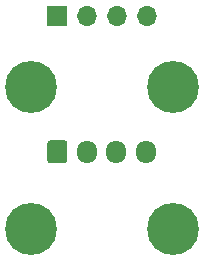
<source format=gbs>
G04 #@! TF.GenerationSoftware,KiCad,Pcbnew,5.1.9-73d0e3b20d~88~ubuntu18.04.1*
G04 #@! TF.CreationDate,2021-02-13T22:07:47-05:00*
G04 #@! TF.ProjectId,connector,636f6e6e-6563-4746-9f72-2e6b69636164,v1.0.0*
G04 #@! TF.SameCoordinates,Original*
G04 #@! TF.FileFunction,Soldermask,Bot*
G04 #@! TF.FilePolarity,Negative*
%FSLAX46Y46*%
G04 Gerber Fmt 4.6, Leading zero omitted, Abs format (unit mm)*
G04 Created by KiCad (PCBNEW 5.1.9-73d0e3b20d~88~ubuntu18.04.1) date 2021-02-13 22:07:47*
%MOMM*%
%LPD*%
G01*
G04 APERTURE LIST*
%ADD10C,4.400000*%
%ADD11C,0.700000*%
%ADD12O,1.700000X1.950000*%
%ADD13R,1.700000X1.700000*%
%ADD14O,1.700000X1.700000*%
G04 APERTURE END LIST*
D10*
X94000000Y-96250000D03*
D11*
X95650000Y-96250000D03*
X95166726Y-97416726D03*
X94000000Y-97900000D03*
X92833274Y-97416726D03*
X92350000Y-96250000D03*
X92833274Y-95083274D03*
X94000000Y-94600000D03*
X95166726Y-95083274D03*
X107166726Y-95083274D03*
X106000000Y-94600000D03*
X104833274Y-95083274D03*
X104350000Y-96250000D03*
X104833274Y-97416726D03*
X106000000Y-97900000D03*
X107166726Y-97416726D03*
X107650000Y-96250000D03*
D10*
X106000000Y-96250000D03*
X94000000Y-108250000D03*
D11*
X95650000Y-108250000D03*
X95166726Y-109416726D03*
X94000000Y-109900000D03*
X92833274Y-109416726D03*
X92350000Y-108250000D03*
X92833274Y-107083274D03*
X94000000Y-106600000D03*
X95166726Y-107083274D03*
X107166726Y-107083274D03*
X106000000Y-106600000D03*
X104833274Y-107083274D03*
X104350000Y-108250000D03*
X104833274Y-109416726D03*
X106000000Y-109900000D03*
X107166726Y-109416726D03*
X107650000Y-108250000D03*
D10*
X106000000Y-108250000D03*
G36*
G01*
X95390600Y-102452000D02*
X95390600Y-101002000D01*
G75*
G02*
X95640600Y-100752000I250000J0D01*
G01*
X96840600Y-100752000D01*
G75*
G02*
X97090600Y-101002000I0J-250000D01*
G01*
X97090600Y-102452000D01*
G75*
G02*
X96840600Y-102702000I-250000J0D01*
G01*
X95640600Y-102702000D01*
G75*
G02*
X95390600Y-102452000I0J250000D01*
G01*
G37*
D12*
X98740600Y-101727000D03*
X101240600Y-101727000D03*
X103740600Y-101727000D03*
D13*
X96190600Y-90246200D03*
D14*
X98730600Y-90246200D03*
X101270600Y-90246200D03*
X103810600Y-90246200D03*
M02*

</source>
